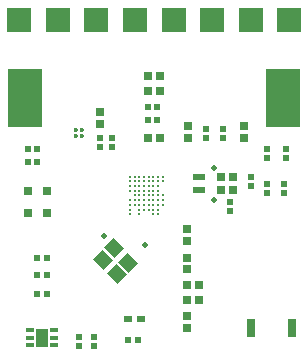
<source format=gtp>
G04 Layer_Color=8421504*
%FSLAX24Y24*%
%MOIN*%
G70*
G01*
G75*
%ADD16R,0.0287X0.0291*%
%ADD17C,0.0197*%
%ADD18C,0.0083*%
%ADD19R,0.0217X0.0217*%
%ADD20R,0.0205X0.0220*%
%ADD21R,0.0217X0.0217*%
%ADD22R,0.0220X0.0205*%
%ADD23R,0.0276X0.0118*%
%ADD24R,0.0394X0.0630*%
%ADD25R,0.0315X0.0315*%
G04:AMPARAMS|DCode=26|XSize=47.2mil|YSize=43.3mil|CornerRadius=0mil|HoleSize=0mil|Usage=FLASHONLY|Rotation=135.000|XOffset=0mil|YOffset=0mil|HoleType=Round|Shape=Rectangle|*
%AMROTATEDRECTD26*
4,1,4,0.0320,-0.0014,0.0014,-0.0320,-0.0320,0.0014,-0.0014,0.0320,0.0320,-0.0014,0.0*
%
%ADD26ROTATEDRECTD26*%

%ADD27R,0.0394X0.0197*%
%ADD28R,0.0283X0.0283*%
%ADD29R,0.0283X0.0283*%
%ADD30R,0.0276X0.0197*%
%ADD31R,0.0291X0.0287*%
%ADD32R,0.0787X0.0787*%
%ADD34R,0.1181X0.1968*%
%ADD35R,0.0256X0.0256*%
%ADD36R,0.0291X0.0591*%
%ADD46C,0.0142*%
D16*
X4795Y7590D02*
D03*
X5200D02*
D03*
X6097Y2670D02*
D03*
X6503D02*
D03*
D17*
X3320Y4300D02*
D03*
X4703Y4003D02*
D03*
X6990Y5510D02*
D03*
Y6580D02*
D03*
D18*
X5132Y5033D02*
D03*
X4975D02*
D03*
X4503D02*
D03*
X4188D02*
D03*
X5132Y5190D02*
D03*
X4975D02*
D03*
X4817D02*
D03*
X4188D02*
D03*
X5290Y5348D02*
D03*
X5132D02*
D03*
X4975D02*
D03*
X4817D02*
D03*
X4660D02*
D03*
X4503D02*
D03*
X4345D02*
D03*
X4188D02*
D03*
X5290Y5505D02*
D03*
X5132D02*
D03*
X4975D02*
D03*
X4817D02*
D03*
X4660D02*
D03*
X4503D02*
D03*
X4345D02*
D03*
X4188D02*
D03*
X5290Y5663D02*
D03*
X5132D02*
D03*
X4975D02*
D03*
X4817D02*
D03*
X4660D02*
D03*
X4503D02*
D03*
X4345D02*
D03*
X4975Y5820D02*
D03*
X4817D02*
D03*
X4660D02*
D03*
X4503D02*
D03*
X4345D02*
D03*
X4188D02*
D03*
X5132Y5977D02*
D03*
X4975D02*
D03*
X4817D02*
D03*
X4660D02*
D03*
X4503D02*
D03*
X4345D02*
D03*
X4188D02*
D03*
X5290Y6135D02*
D03*
X5132D02*
D03*
X4503D02*
D03*
X4345D02*
D03*
X4188D02*
D03*
X5290Y6292D02*
D03*
X5132D02*
D03*
X4975D02*
D03*
X4817D02*
D03*
X4503D02*
D03*
X4345D02*
D03*
X4188D02*
D03*
X4660D02*
D03*
X4975Y6135D02*
D03*
X4817D02*
D03*
X4660D02*
D03*
X5132Y5820D02*
D03*
X4660Y5190D02*
D03*
X4503D02*
D03*
D19*
X4458Y860D02*
D03*
X4143D02*
D03*
X1103Y2390D02*
D03*
X1417D02*
D03*
X1103Y3000D02*
D03*
X1417D02*
D03*
X1420Y3590D02*
D03*
X1105D02*
D03*
D20*
X8750Y6040D02*
D03*
Y5740D02*
D03*
X2480Y940D02*
D03*
Y640D02*
D03*
X3000Y940D02*
D03*
Y640D02*
D03*
X9340Y6040D02*
D03*
Y5740D02*
D03*
X6720Y7590D02*
D03*
Y7889D02*
D03*
X7290Y7590D02*
D03*
Y7889D02*
D03*
X3180Y7580D02*
D03*
Y7281D02*
D03*
X7540Y5130D02*
D03*
Y5430D02*
D03*
X3610Y7580D02*
D03*
Y7281D02*
D03*
D21*
X8770Y6910D02*
D03*
Y7225D02*
D03*
X9380D02*
D03*
Y6910D02*
D03*
X8230Y5963D02*
D03*
Y6277D02*
D03*
D22*
X4800Y8600D02*
D03*
X5099D02*
D03*
X4800Y8180D02*
D03*
X5099D02*
D03*
X1080Y7220D02*
D03*
X780D02*
D03*
X1080Y6790D02*
D03*
X780D02*
D03*
D23*
X847Y1176D02*
D03*
Y920D02*
D03*
Y664D02*
D03*
X1673Y1176D02*
D03*
Y920D02*
D03*
Y664D02*
D03*
D24*
X1260Y920D02*
D03*
D25*
X785Y5066D02*
D03*
Y5814D02*
D03*
X1415D02*
D03*
Y5066D02*
D03*
D26*
X3754Y3037D02*
D03*
X3280Y3510D02*
D03*
X3670Y3900D02*
D03*
X4143Y3427D02*
D03*
D27*
X6499Y6293D02*
D03*
Y5859D02*
D03*
D28*
X7990Y7984D02*
D03*
Y7590D02*
D03*
X6140Y7984D02*
D03*
Y7590D02*
D03*
X6097Y3201D02*
D03*
Y3595D02*
D03*
D29*
X5197Y9650D02*
D03*
X4803D02*
D03*
X5197Y9140D02*
D03*
X4803D02*
D03*
X6487Y2170D02*
D03*
X6093D02*
D03*
X7627Y6280D02*
D03*
X7233D02*
D03*
X7634Y5860D02*
D03*
X7240D02*
D03*
D30*
X4143Y1540D02*
D03*
X4560D02*
D03*
D31*
X6097Y1248D02*
D03*
Y1654D02*
D03*
D32*
X3074Y11500D02*
D03*
X9500D02*
D03*
X500D02*
D03*
X1787D02*
D03*
X5649D02*
D03*
X6936D02*
D03*
X4361D02*
D03*
X8223D02*
D03*
D34*
X9300Y8920D02*
D03*
X700Y8910D02*
D03*
D35*
X6100Y4537D02*
D03*
Y4143D02*
D03*
X3180Y8434D02*
D03*
Y8040D02*
D03*
D36*
X8240Y1250D02*
D03*
X9581D02*
D03*
D46*
X2588Y7838D02*
D03*
Y7642D02*
D03*
X2392Y7838D02*
D03*
Y7642D02*
D03*
M02*

</source>
